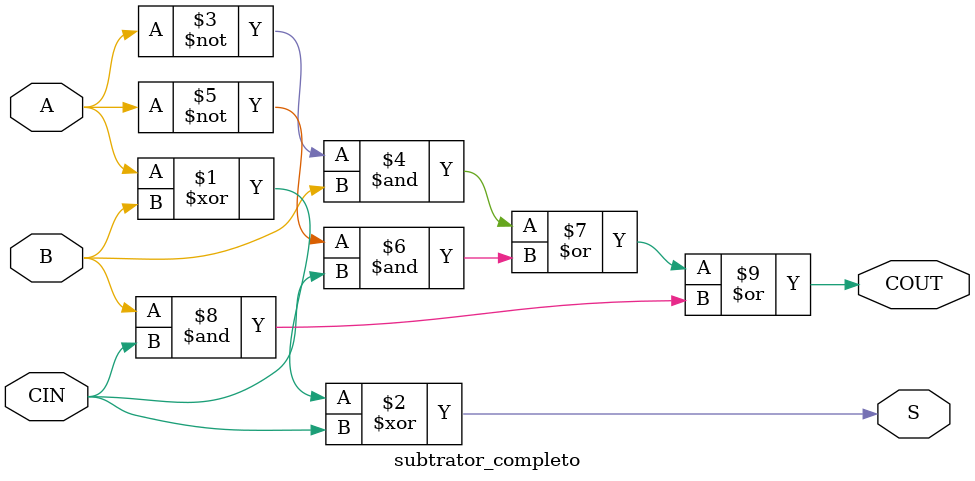
<source format=v>
module subtrator_completo (A, B, CIN, S, COUT);

    input A, B, CIN;
    output S, COUT;

    assign S = A ^ B ^ CIN; 
    assign COUT = ~A & B | ~A & CIN | B & CIN;

endmodule
</source>
